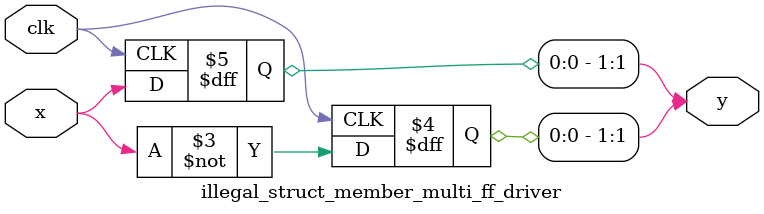
<source format=sv>
typedef struct packed {
  logic a;
  logic b;
} illegal_s_t;

module illegal_struct_member_multi_ff_driver (
  input logic clk,
  input logic x,
  output illegal_s_t y
);
  always_ff @(posedge clk)
    y.a <= x;
  always_ff @(posedge clk)
    y.a <= ~x;
endmodule

</source>
